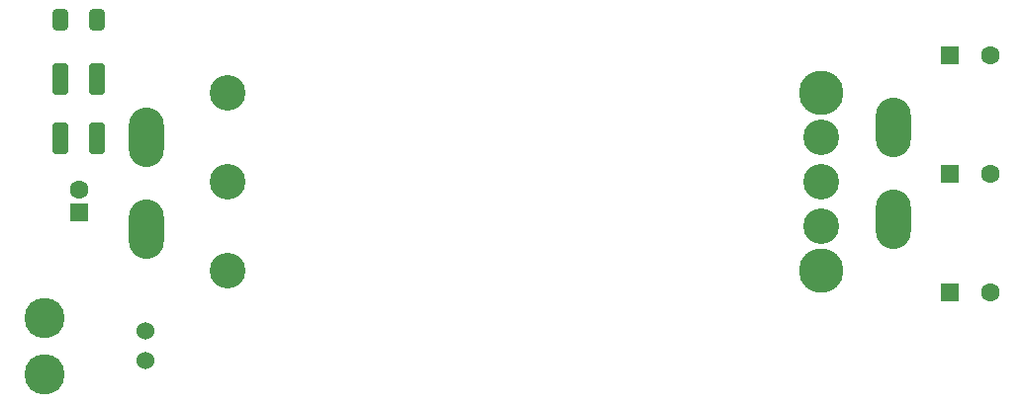
<source format=gbr>
%TF.GenerationSoftware,KiCad,Pcbnew,(6.0.7)*%
%TF.CreationDate,2023-03-20T21:12:15-05:00*%
%TF.ProjectId,2023,32303233-2e6b-4696-9361-645f70636258,rev?*%
%TF.SameCoordinates,Original*%
%TF.FileFunction,Soldermask,Top*%
%TF.FilePolarity,Negative*%
%FSLAX46Y46*%
G04 Gerber Fmt 4.6, Leading zero omitted, Abs format (unit mm)*
G04 Created by KiCad (PCBNEW (6.0.7)) date 2023-03-20 21:12:15*
%MOMM*%
%LPD*%
G01*
G04 APERTURE LIST*
G04 Aperture macros list*
%AMRoundRect*
0 Rectangle with rounded corners*
0 $1 Rounding radius*
0 $2 $3 $4 $5 $6 $7 $8 $9 X,Y pos of 4 corners*
0 Add a 4 corners polygon primitive as box body*
4,1,4,$2,$3,$4,$5,$6,$7,$8,$9,$2,$3,0*
0 Add four circle primitives for the rounded corners*
1,1,$1+$1,$2,$3*
1,1,$1+$1,$4,$5*
1,1,$1+$1,$6,$7*
1,1,$1+$1,$8,$9*
0 Add four rect primitives between the rounded corners*
20,1,$1+$1,$2,$3,$4,$5,0*
20,1,$1+$1,$4,$5,$6,$7,0*
20,1,$1+$1,$6,$7,$8,$9,0*
20,1,$1+$1,$8,$9,$2,$3,0*%
G04 Aperture macros list end*
%ADD10O,3.000000X5.100000*%
%ADD11C,3.048000*%
%ADD12C,3.810000*%
%ADD13C,3.450000*%
%ADD14C,1.524000*%
%ADD15R,1.600000X1.600000*%
%ADD16C,1.600000*%
%ADD17RoundRect,0.250000X0.412500X0.650000X-0.412500X0.650000X-0.412500X-0.650000X0.412500X-0.650000X0*%
%ADD18RoundRect,0.250000X0.412500X1.100000X-0.412500X1.100000X-0.412500X-1.100000X0.412500X-1.100000X0*%
G04 APERTURE END LIST*
D10*
%TO.C,Conn3*%
X178936600Y-79036000D03*
X178936600Y-86910000D03*
%TD*%
D11*
%TO.C,VR1*%
X121920000Y-91313000D03*
X121920000Y-83693000D03*
X121920000Y-76073000D03*
D12*
X172720000Y-91313000D03*
X172720000Y-76073000D03*
D11*
X172720000Y-79883000D03*
X172720000Y-83693000D03*
X172720000Y-87503000D03*
%TD*%
D13*
%TO.C,Conn2*%
X106299000Y-95377000D03*
D14*
X114935000Y-96520000D03*
X114935000Y-99060000D03*
D13*
X106295000Y-100205000D03*
%TD*%
D10*
%TO.C,Conn1*%
X114997200Y-79883000D03*
X114997200Y-87757000D03*
%TD*%
D15*
%TO.C,C7*%
X183767349Y-72898000D03*
D16*
X187267349Y-72898000D03*
%TD*%
%TO.C,C6*%
X187267349Y-93218000D03*
D15*
X183767349Y-93218000D03*
%TD*%
%TO.C,C5*%
X183767349Y-83058000D03*
D16*
X187267349Y-83058000D03*
%TD*%
D17*
%TO.C,C4*%
X110782500Y-69850000D03*
X107657500Y-69850000D03*
%TD*%
D18*
%TO.C,C3*%
X110782500Y-74930000D03*
X107657500Y-74930000D03*
%TD*%
%TO.C,C2*%
X110782500Y-80010000D03*
X107657500Y-80010000D03*
%TD*%
D15*
%TO.C,C1*%
X109220000Y-86360000D03*
D16*
X109220000Y-84360000D03*
%TD*%
M02*

</source>
